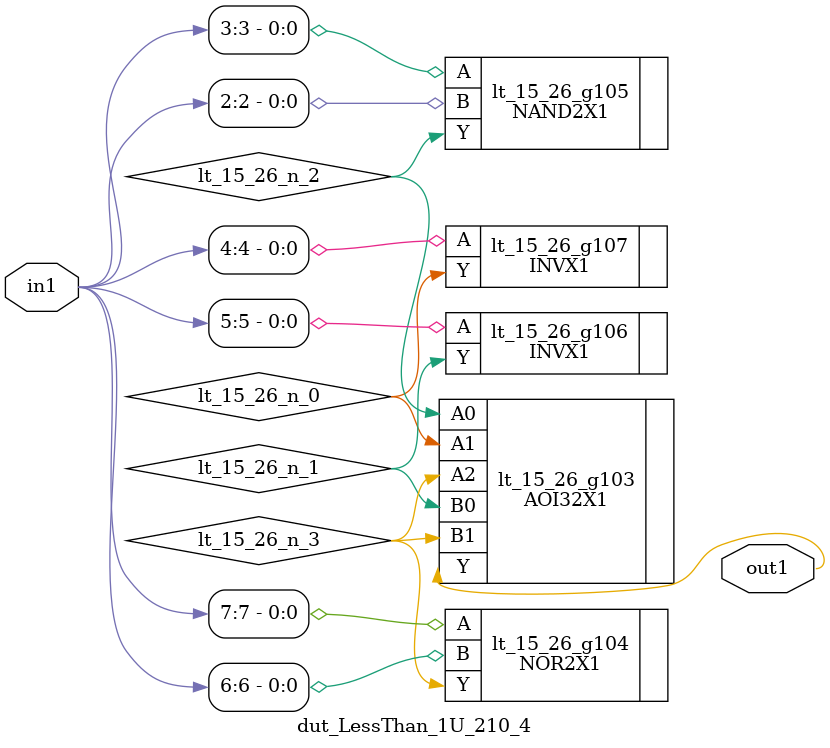
<source format=v>
`timescale 1ps / 1ps


module dut_LessThan_1U_210_4(in1, out1);
  input [7:0] in1;
  output out1;
  wire [7:0] in1;
  wire out1;
  wire lt_15_26_n_0, lt_15_26_n_1, lt_15_26_n_2, lt_15_26_n_3;
  AOI32X1 lt_15_26_g103(.A0 (lt_15_26_n_2), .A1 (lt_15_26_n_0), .A2
       (lt_15_26_n_3), .B0 (lt_15_26_n_1), .B1 (lt_15_26_n_3), .Y
       (out1));
  NOR2X1 lt_15_26_g104(.A (in1[7]), .B (in1[6]), .Y (lt_15_26_n_3));
  NAND2X1 lt_15_26_g105(.A (in1[3]), .B (in1[2]), .Y (lt_15_26_n_2));
  INVX1 lt_15_26_g106(.A (in1[5]), .Y (lt_15_26_n_1));
  INVX1 lt_15_26_g107(.A (in1[4]), .Y (lt_15_26_n_0));
endmodule



</source>
